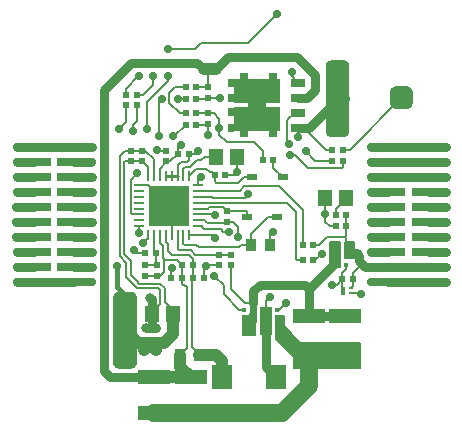
<source format=gtl>
G04 #@! TF.FileFunction,Copper,L1,Top,Signal*
%FSLAX46Y46*%
G04 Gerber Fmt 4.6, Leading zero omitted, Abs format (unit mm)*
G04 Created by KiCad (PCBNEW 201609280951+7255~55~ubuntu14.04.1-) date Wed Jan 11 23:22:20 2017*
%MOMM*%
%LPD*%
G01*
G04 APERTURE LIST*
%ADD10C,0.100000*%
%ADD11R,0.280000X0.850000*%
%ADD12R,0.850000X0.280000*%
%ADD13C,0.400000*%
%ADD14R,3.450000X3.450000*%
%ADD15R,0.900000X0.500000*%
%ADD16R,1.150000X1.450000*%
%ADD17R,0.450000X0.450000*%
%ADD18R,1.036000X2.450000*%
%ADD19R,0.562000X2.450000*%
%ADD20R,0.620000X0.620000*%
%ADD21R,0.950000X1.000000*%
%ADD22R,2.700000X1.150000*%
%ADD23C,2.000000*%
%ADD24R,2.920000X0.740000*%
%ADD25C,1.900000*%
%ADD26R,1.800000X2.000000*%
%ADD27R,0.800000X0.475000*%
%ADD28R,0.550000X0.650000*%
%ADD29R,3.900000X2.025000*%
%ADD30R,0.550000X0.750000*%
%ADD31R,1.250000X0.650000*%
%ADD32R,0.400000X0.700000*%
%ADD33R,0.400000X0.250000*%
%ADD34R,0.400000X0.455000*%
%ADD35R,1.050000X1.100000*%
%ADD36R,0.400000X0.850000*%
%ADD37C,0.700000*%
%ADD38C,0.800000*%
%ADD39C,0.200000*%
%ADD40C,1.000000*%
%ADD41C,0.450000*%
%ADD42C,0.800000*%
%ADD43C,0.280000*%
%ADD44C,1.500000*%
%ADD45C,0.600000*%
G04 APERTURE END LIST*
D10*
D11*
X96450000Y-96775000D03*
X95950000Y-96775000D03*
X95450000Y-96775000D03*
X94950000Y-96775000D03*
X94450000Y-96775000D03*
X93950000Y-96775000D03*
X93450000Y-96775000D03*
X92950000Y-96775000D03*
D12*
X92225000Y-97500000D03*
X92225000Y-98000000D03*
X92225000Y-98500000D03*
X92225000Y-99000000D03*
X92225000Y-99500000D03*
X92225000Y-100000000D03*
X92225000Y-100500000D03*
X92225000Y-101000000D03*
D11*
X92950000Y-101725000D03*
X93450000Y-101725000D03*
X93950000Y-101725000D03*
X94450000Y-101725000D03*
X94950000Y-101725000D03*
X95450000Y-101725000D03*
X95950000Y-101725000D03*
X96450000Y-101725000D03*
D12*
X97175000Y-101000000D03*
X97175000Y-100500000D03*
X97175000Y-100000000D03*
X97175000Y-99500000D03*
X97175000Y-99000000D03*
X97175000Y-98500000D03*
X97175000Y-98000000D03*
X97175000Y-97500000D03*
D13*
X96100000Y-97850000D03*
X94700000Y-97850000D03*
X93300000Y-97850000D03*
X96100000Y-99250000D03*
X94700000Y-99250000D03*
X93300000Y-99250000D03*
X96100000Y-100650000D03*
X94700000Y-100650000D03*
X93300000Y-100650000D03*
D14*
X94700000Y-99250000D03*
D15*
X104350000Y-96850000D03*
X101750000Y-96850000D03*
D16*
X95050000Y-108400000D03*
X93250000Y-108400000D03*
D17*
X101114000Y-110025000D03*
X101114000Y-109375000D03*
X101114000Y-108075000D03*
X101114000Y-108725000D03*
X103886000Y-108075000D03*
X103886000Y-108725000D03*
X103886000Y-109375000D03*
X103886000Y-110025000D03*
D18*
X102934000Y-109050000D03*
D19*
X101829000Y-109050000D03*
D20*
X91500000Y-94600000D03*
X91500000Y-95500000D03*
D21*
X95650000Y-111900000D03*
X97250000Y-111900000D03*
D22*
X96550000Y-113800000D03*
X96550000Y-116800000D03*
D10*
G36*
X91549009Y-106552408D02*
X91597545Y-106559607D01*
X91645142Y-106571530D01*
X91691342Y-106588060D01*
X91735698Y-106609039D01*
X91777785Y-106634265D01*
X91817197Y-106663495D01*
X91853553Y-106696447D01*
X91886505Y-106732803D01*
X91915735Y-106772215D01*
X91940961Y-106814302D01*
X91961940Y-106858658D01*
X91978470Y-106904858D01*
X91990393Y-106952455D01*
X91997592Y-107000991D01*
X92000000Y-107050000D01*
X92000000Y-112550000D01*
X91997592Y-112599009D01*
X91990393Y-112647545D01*
X91978470Y-112695142D01*
X91961940Y-112741342D01*
X91940961Y-112785698D01*
X91915735Y-112827785D01*
X91886505Y-112867197D01*
X91853553Y-112903553D01*
X91817197Y-112936505D01*
X91777785Y-112965735D01*
X91735698Y-112990961D01*
X91691342Y-113011940D01*
X91645142Y-113028470D01*
X91597545Y-113040393D01*
X91549009Y-113047592D01*
X91500000Y-113050000D01*
X90500000Y-113050000D01*
X90450991Y-113047592D01*
X90402455Y-113040393D01*
X90354858Y-113028470D01*
X90308658Y-113011940D01*
X90264302Y-112990961D01*
X90222215Y-112965735D01*
X90182803Y-112936505D01*
X90146447Y-112903553D01*
X90113495Y-112867197D01*
X90084265Y-112827785D01*
X90059039Y-112785698D01*
X90038060Y-112741342D01*
X90021530Y-112695142D01*
X90009607Y-112647545D01*
X90002408Y-112599009D01*
X90000000Y-112550000D01*
X90000000Y-107050000D01*
X90002408Y-107000991D01*
X90009607Y-106952455D01*
X90021530Y-106904858D01*
X90038060Y-106858658D01*
X90059039Y-106814302D01*
X90084265Y-106772215D01*
X90113495Y-106732803D01*
X90146447Y-106696447D01*
X90182803Y-106663495D01*
X90222215Y-106634265D01*
X90264302Y-106609039D01*
X90308658Y-106588060D01*
X90354858Y-106571530D01*
X90402455Y-106559607D01*
X90450991Y-106552408D01*
X90500000Y-106550000D01*
X91500000Y-106550000D01*
X91549009Y-106552408D01*
X91549009Y-106552408D01*
G37*
D23*
X91000000Y-109800000D03*
D10*
G36*
X109549009Y-86952408D02*
X109597545Y-86959607D01*
X109645142Y-86971530D01*
X109691342Y-86988060D01*
X109735698Y-87009039D01*
X109777785Y-87034265D01*
X109817197Y-87063495D01*
X109853553Y-87096447D01*
X109886505Y-87132803D01*
X109915735Y-87172215D01*
X109940961Y-87214302D01*
X109961940Y-87258658D01*
X109978470Y-87304858D01*
X109990393Y-87352455D01*
X109997592Y-87400991D01*
X110000000Y-87450000D01*
X110000000Y-92950000D01*
X109997592Y-92999009D01*
X109990393Y-93047545D01*
X109978470Y-93095142D01*
X109961940Y-93141342D01*
X109940961Y-93185698D01*
X109915735Y-93227785D01*
X109886505Y-93267197D01*
X109853553Y-93303553D01*
X109817197Y-93336505D01*
X109777785Y-93365735D01*
X109735698Y-93390961D01*
X109691342Y-93411940D01*
X109645142Y-93428470D01*
X109597545Y-93440393D01*
X109549009Y-93447592D01*
X109500000Y-93450000D01*
X108500000Y-93450000D01*
X108450991Y-93447592D01*
X108402455Y-93440393D01*
X108354858Y-93428470D01*
X108308658Y-93411940D01*
X108264302Y-93390961D01*
X108222215Y-93365735D01*
X108182803Y-93336505D01*
X108146447Y-93303553D01*
X108113495Y-93267197D01*
X108084265Y-93227785D01*
X108059039Y-93185698D01*
X108038060Y-93141342D01*
X108021530Y-93095142D01*
X108009607Y-93047545D01*
X108002408Y-92999009D01*
X108000000Y-92950000D01*
X108000000Y-87450000D01*
X108002408Y-87400991D01*
X108009607Y-87352455D01*
X108021530Y-87304858D01*
X108038060Y-87258658D01*
X108059039Y-87214302D01*
X108084265Y-87172215D01*
X108113495Y-87132803D01*
X108146447Y-87096447D01*
X108182803Y-87063495D01*
X108222215Y-87034265D01*
X108264302Y-87009039D01*
X108308658Y-86988060D01*
X108354858Y-86971530D01*
X108402455Y-86959607D01*
X108450991Y-86952408D01*
X108500000Y-86950000D01*
X109500000Y-86950000D01*
X109549009Y-86952408D01*
X109549009Y-86952408D01*
G37*
D23*
X109000000Y-90200000D03*
D24*
X86715000Y-105715000D03*
X83285000Y-105715000D03*
X86715000Y-104445000D03*
X83285000Y-104445000D03*
X86715000Y-103175000D03*
X83285000Y-103175000D03*
X86715000Y-101905000D03*
X83285000Y-101905000D03*
X86715000Y-100635000D03*
X83285000Y-100635000D03*
X86715000Y-99365000D03*
X83285000Y-99365000D03*
X86715000Y-98095000D03*
X83285000Y-98095000D03*
X86715000Y-96825000D03*
X83285000Y-96825000D03*
X86715000Y-95555000D03*
X83285000Y-95555000D03*
X86715000Y-94285000D03*
X83285000Y-94285000D03*
X116715000Y-105715000D03*
X113285000Y-105715000D03*
X116715000Y-104445000D03*
X113285000Y-104445000D03*
X116715000Y-103175000D03*
X113285000Y-103175000D03*
X116715000Y-101905000D03*
X113285000Y-101905000D03*
X116715000Y-100635000D03*
X113285000Y-100635000D03*
X116715000Y-99365000D03*
X113285000Y-99365000D03*
X116715000Y-98095000D03*
X113285000Y-98095000D03*
X116715000Y-96825000D03*
X113285000Y-96825000D03*
X116715000Y-95555000D03*
X113285000Y-95555000D03*
X116715000Y-94285000D03*
X113285000Y-94285000D03*
D10*
G36*
X114921558Y-89152287D02*
X114967668Y-89159127D01*
X115012885Y-89170453D01*
X115056775Y-89186157D01*
X115098913Y-89206087D01*
X115138896Y-89230052D01*
X115176337Y-89257820D01*
X115210876Y-89289124D01*
X115242180Y-89323663D01*
X115269948Y-89361104D01*
X115293913Y-89401087D01*
X115313843Y-89443225D01*
X115329547Y-89487115D01*
X115340873Y-89532332D01*
X115347713Y-89578442D01*
X115350000Y-89625000D01*
X115350000Y-90575000D01*
X115347713Y-90621558D01*
X115340873Y-90667668D01*
X115329547Y-90712885D01*
X115313843Y-90756775D01*
X115293913Y-90798913D01*
X115269948Y-90838896D01*
X115242180Y-90876337D01*
X115210876Y-90910876D01*
X115176337Y-90942180D01*
X115138896Y-90969948D01*
X115098913Y-90993913D01*
X115056775Y-91013843D01*
X115012885Y-91029547D01*
X114967668Y-91040873D01*
X114921558Y-91047713D01*
X114875000Y-91050000D01*
X113925000Y-91050000D01*
X113878442Y-91047713D01*
X113832332Y-91040873D01*
X113787115Y-91029547D01*
X113743225Y-91013843D01*
X113701087Y-90993913D01*
X113661104Y-90969948D01*
X113623663Y-90942180D01*
X113589124Y-90910876D01*
X113557820Y-90876337D01*
X113530052Y-90838896D01*
X113506087Y-90798913D01*
X113486157Y-90756775D01*
X113470453Y-90712885D01*
X113459127Y-90667668D01*
X113452287Y-90621558D01*
X113450000Y-90575000D01*
X113450000Y-89625000D01*
X113452287Y-89578442D01*
X113459127Y-89532332D01*
X113470453Y-89487115D01*
X113486157Y-89443225D01*
X113506087Y-89401087D01*
X113530052Y-89361104D01*
X113557820Y-89323663D01*
X113589124Y-89289124D01*
X113623663Y-89257820D01*
X113661104Y-89230052D01*
X113701087Y-89206087D01*
X113743225Y-89186157D01*
X113787115Y-89170453D01*
X113832332Y-89159127D01*
X113878442Y-89152287D01*
X113925000Y-89150000D01*
X114875000Y-89150000D01*
X114921558Y-89152287D01*
X114921558Y-89152287D01*
G37*
D25*
X114400000Y-90100000D03*
D20*
X97050000Y-91450000D03*
X96150000Y-91450000D03*
X97050000Y-89250000D03*
X96150000Y-89250000D03*
X99000000Y-103400000D03*
X99000000Y-104300000D03*
D16*
X98700000Y-95100000D03*
X100500000Y-95100000D03*
D22*
X106578206Y-108577916D03*
X106578206Y-111577916D03*
X109622756Y-108577916D03*
X109622756Y-111577916D03*
D16*
X107900000Y-98650000D03*
X109700000Y-98650000D03*
D20*
X99600000Y-99700000D03*
X99600000Y-100600000D03*
D21*
X101650000Y-102600000D03*
X103250000Y-102600000D03*
D20*
X95500000Y-94850000D03*
X96400000Y-94850000D03*
X94500000Y-95500000D03*
X94500000Y-94600000D03*
X99500000Y-96700000D03*
X98600000Y-96700000D03*
X92450000Y-95500000D03*
X92450000Y-94600000D03*
X96750000Y-105350000D03*
X97650000Y-105350000D03*
X96750000Y-104300000D03*
X95850000Y-104300000D03*
X94900000Y-105350000D03*
X95800000Y-105350000D03*
D22*
X93450000Y-116800000D03*
X93450000Y-113800000D03*
D20*
X92700000Y-104300000D03*
X92700000Y-105200000D03*
D15*
X101300000Y-100200000D03*
X103900000Y-100200000D03*
D26*
X103750000Y-113750000D03*
X99250000Y-113750000D03*
D27*
X101110000Y-88287500D03*
D28*
X99980000Y-88850000D03*
D29*
X102200000Y-89537500D03*
D30*
X99975000Y-90175000D03*
D31*
X105675000Y-88845000D03*
X105675000Y-90115000D03*
X105675000Y-91385000D03*
X105675000Y-92655000D03*
D29*
X102200000Y-91962500D03*
D30*
X99975000Y-91325000D03*
D28*
X99980000Y-92650000D03*
D27*
X103560000Y-88287500D03*
X101110000Y-93212500D03*
X103560000Y-93212500D03*
D32*
X109450000Y-106450000D03*
D33*
X110150000Y-106675000D03*
X110150000Y-106225000D03*
D20*
X106050000Y-102600000D03*
X106950000Y-102600000D03*
X98000000Y-92350000D03*
X98000000Y-91450000D03*
X106050000Y-103900000D03*
X106950000Y-103900000D03*
X97050000Y-92400000D03*
X96150000Y-92400000D03*
X110300000Y-105500000D03*
X109400000Y-105500000D03*
X97050000Y-90200000D03*
X96150000Y-90200000D03*
X98000000Y-90150000D03*
X98000000Y-89250000D03*
X92000000Y-89850000D03*
X92000000Y-90750000D03*
X91050000Y-90750000D03*
X91050000Y-89850000D03*
X109750000Y-101000000D03*
X108850000Y-101000000D03*
X108850000Y-100050000D03*
X109750000Y-100050000D03*
X100000000Y-103400000D03*
X100000000Y-104300000D03*
X108500000Y-94550000D03*
X108500000Y-95450000D03*
X109500000Y-95450000D03*
X109500000Y-94550000D03*
X102650000Y-95400000D03*
X103550000Y-95400000D03*
X93700000Y-104300000D03*
X93700000Y-105200000D03*
X93600000Y-103300000D03*
X92700000Y-103300000D03*
D34*
X109100000Y-104322500D03*
D35*
X108775000Y-103400000D03*
D34*
X108450000Y-104322500D03*
X108450000Y-102477500D03*
X109100000Y-102477500D03*
X109750000Y-104322500D03*
X109750000Y-102477500D03*
D36*
X109750000Y-103304000D03*
D37*
X100450000Y-96450000D03*
D38*
X93650000Y-111500000D03*
X92600000Y-111500000D03*
D37*
X90300000Y-104350000D03*
X91750000Y-103050000D03*
X94989998Y-104550000D03*
X103500000Y-101500000D03*
X93700000Y-94550000D03*
X97850000Y-104350000D03*
X99000000Y-92650000D03*
X105650000Y-93450000D03*
X92200000Y-88250000D03*
X93350000Y-88300000D03*
X81820000Y-95560000D03*
X88180000Y-95570000D03*
X81820000Y-96820000D03*
X88180000Y-96820000D03*
X81820000Y-98090000D03*
X81750000Y-99350000D03*
X88200000Y-99350000D03*
X81750000Y-100650000D03*
X88180000Y-100640000D03*
X81800000Y-101900000D03*
X88180000Y-101910000D03*
X81820000Y-103180000D03*
X88200000Y-103200000D03*
X81820000Y-104450000D03*
X88200000Y-104450000D03*
X88180000Y-98100000D03*
X111820000Y-95550000D03*
X118180000Y-95560000D03*
X111820000Y-96830000D03*
X118180000Y-96820000D03*
X111820000Y-98090000D03*
X118200000Y-98100000D03*
X111820000Y-99370000D03*
X118180000Y-99360000D03*
X111820000Y-100640000D03*
X118180000Y-100640000D03*
X111800000Y-101900000D03*
X118180000Y-101910000D03*
X111820000Y-103180000D03*
X118180000Y-103170000D03*
X107650000Y-103350000D03*
X108500000Y-105950000D03*
X97670000Y-87690000D03*
X98730000Y-87690000D03*
D38*
X93650000Y-109600000D03*
X92800000Y-109600000D03*
D37*
X98650000Y-102000000D03*
X111000000Y-106700000D03*
D38*
X105650000Y-112650000D03*
X107400000Y-112650000D03*
X108450000Y-112650000D03*
X109500000Y-112650000D03*
X110550000Y-112650000D03*
X93100000Y-107050000D03*
D37*
X107950000Y-100000000D03*
X111800000Y-105700000D03*
X88200000Y-105700000D03*
X81820000Y-94280000D03*
X111820000Y-94290000D03*
X118180000Y-94290000D03*
X118180000Y-105720000D03*
X81820000Y-105720000D03*
X88180000Y-94290000D03*
X103250000Y-107000000D03*
X100600000Y-101900000D03*
X106300000Y-94650000D03*
X97150000Y-94650000D03*
X104950000Y-94950000D03*
X95750000Y-94100000D03*
X92150000Y-101600000D03*
X91650000Y-92900000D03*
X92500000Y-102439998D03*
X90500000Y-92750000D03*
X104600000Y-107500000D03*
X99800000Y-101460002D03*
X98650000Y-100050000D03*
X98550000Y-105200000D03*
X101450000Y-98300000D03*
X93850000Y-93350000D03*
X94100000Y-90200000D03*
X95450000Y-90200000D03*
X97450000Y-96850000D03*
X95050000Y-93400000D03*
X118170000Y-104445000D03*
X111820000Y-104450000D03*
X98000000Y-93250000D03*
X104850000Y-94000000D03*
X105100000Y-87900000D03*
X99050000Y-90150000D03*
X94600000Y-86000000D03*
X94600000Y-88300000D03*
X92850000Y-92800000D03*
X103850000Y-83050000D03*
X92050000Y-96500000D03*
D39*
X100500000Y-95100000D02*
X100500000Y-96400000D01*
X100500000Y-96400000D02*
X100450000Y-96450000D01*
X99500000Y-96700000D02*
X100200000Y-96700000D01*
X100200000Y-96700000D02*
X100450000Y-96450000D01*
D40*
X93200000Y-110870710D02*
X93200000Y-111050000D01*
X93200000Y-111050000D02*
X93650000Y-111500000D01*
X93200000Y-110870710D02*
X93200000Y-110900000D01*
X93200000Y-110900000D02*
X92600000Y-111500000D01*
X94304290Y-110870710D02*
X93200000Y-110870710D01*
X93200000Y-110870710D02*
X92070710Y-110870710D01*
X95050000Y-108400000D02*
X95050000Y-110125000D01*
X95050000Y-110125000D02*
X94304290Y-110870710D01*
X92070710Y-110870710D02*
X91000000Y-109800000D01*
D39*
X95050000Y-108400000D02*
X95050000Y-108100000D01*
X95050000Y-108100000D02*
X94400000Y-107450000D01*
X94400000Y-107450000D02*
X94400000Y-106250000D01*
X94400000Y-106250000D02*
X94000000Y-105850000D01*
X94000000Y-105850000D02*
X92189998Y-105850000D01*
X91500010Y-105150010D02*
X91500010Y-103934311D01*
X92189998Y-105850000D02*
X92000000Y-105660002D01*
X92000000Y-105660002D02*
X92000000Y-105650000D01*
X92000000Y-105650000D02*
X91500010Y-105150010D01*
X90950000Y-103384302D02*
X90950000Y-95540000D01*
X91500010Y-103934311D02*
X90950000Y-103384302D01*
X90950000Y-95540000D02*
X90990000Y-95500000D01*
X90990000Y-95500000D02*
X91500000Y-95500000D01*
D41*
X90300000Y-106150000D02*
X90300000Y-104350000D01*
D39*
X92700000Y-103300000D02*
X92000000Y-103300000D01*
X92000000Y-103300000D02*
X91750000Y-103050000D01*
D41*
X91000000Y-106850000D02*
X90300000Y-106150000D01*
D39*
X94900000Y-105350000D02*
X94900000Y-104639998D01*
X94900000Y-104639998D02*
X94989998Y-104550000D01*
X103250000Y-102600000D02*
X103250000Y-101750000D01*
X103250000Y-101750000D02*
X103500000Y-101500000D01*
X90979290Y-109820710D02*
X90979290Y-110729290D01*
X91000000Y-109800000D02*
X90979290Y-109820710D01*
X91000000Y-109800000D02*
X91000000Y-110708580D01*
X91500000Y-95500000D02*
X92450000Y-95500000D01*
X92950000Y-96775000D02*
X92950000Y-96000000D01*
X92950000Y-96000000D02*
X92450000Y-95500000D01*
X99350000Y-96700000D02*
X99350000Y-96710057D01*
X94500000Y-94600000D02*
X93750000Y-94600000D01*
X93750000Y-94600000D02*
X93700000Y-94550000D01*
X99000000Y-104300000D02*
X97900000Y-104300000D01*
X97900000Y-104300000D02*
X97850000Y-104350000D01*
X97650000Y-105350000D02*
X97650000Y-104550000D01*
X97650000Y-104550000D02*
X97850000Y-104350000D01*
X92225000Y-97500000D02*
X92950000Y-97500000D01*
X92950000Y-97500000D02*
X93300000Y-97850000D01*
X94950000Y-101725000D02*
X94950000Y-100900000D01*
X94950000Y-100900000D02*
X94700000Y-100650000D01*
X95950000Y-96775000D02*
X95950000Y-96150000D01*
X96500000Y-96000000D02*
X97100000Y-95400000D01*
X95950000Y-96150000D02*
X96100000Y-96000000D01*
X96100000Y-96000000D02*
X96500000Y-96000000D01*
X97100000Y-95400000D02*
X97450000Y-95400000D01*
X97450000Y-95400000D02*
X97750000Y-95100000D01*
X97750000Y-95100000D02*
X98700000Y-95100000D01*
X102650000Y-94650000D02*
X102650000Y-95400000D01*
X99000000Y-93300000D02*
X99000000Y-92650000D01*
X99000000Y-91940000D02*
X99000000Y-92650000D01*
X99000000Y-93300000D02*
X99600000Y-93900000D01*
X99600000Y-93900000D02*
X101900000Y-93900000D01*
X101900000Y-93900000D02*
X102650000Y-94650000D01*
X99000000Y-91940000D02*
X98510000Y-91450000D01*
X98510000Y-91450000D02*
X98000000Y-91450000D01*
X105675000Y-92655000D02*
X105675000Y-93425000D01*
X105675000Y-93425000D02*
X105650000Y-93450000D01*
X108500000Y-94550000D02*
X107990000Y-94550000D01*
X107990000Y-94550000D02*
X106545000Y-93105000D01*
X106545000Y-93105000D02*
X106545000Y-92655000D01*
D42*
X105675000Y-92655000D02*
X106545000Y-92655000D01*
X106545000Y-92655000D02*
X109000000Y-90200000D01*
D39*
X97050000Y-91450000D02*
X98000000Y-91450000D01*
X99600000Y-99700000D02*
X101250000Y-99700000D01*
X101250000Y-99700000D02*
X101300000Y-99750000D01*
X101300000Y-99750000D02*
X101300000Y-100200000D01*
X97175000Y-99500000D02*
X98001996Y-99500000D01*
X98001996Y-99500000D02*
X98101997Y-99399999D01*
X98101997Y-99399999D02*
X99299999Y-99399999D01*
X99299999Y-99399999D02*
X99600000Y-99700000D01*
X92140000Y-88250000D02*
X92200000Y-88250000D01*
X91050000Y-89340000D02*
X92140000Y-88250000D01*
X91050000Y-89850000D02*
X91050000Y-89340000D01*
X93350000Y-89010000D02*
X93350000Y-88300000D01*
X92510000Y-89850000D02*
X93350000Y-89010000D01*
X92000000Y-89850000D02*
X92510000Y-89850000D01*
D42*
X83285000Y-95555000D02*
X81825000Y-95555000D01*
D43*
X81825000Y-95555000D02*
X81820000Y-95560000D01*
D42*
X86715000Y-95555000D02*
X88165000Y-95555000D01*
D43*
X88165000Y-95555000D02*
X88180000Y-95570000D01*
X81820000Y-96820000D02*
X81825000Y-96825000D01*
D42*
X81825000Y-96825000D02*
X83285000Y-96825000D01*
D43*
X88180000Y-96820000D02*
X88175000Y-96825000D01*
D42*
X88175000Y-96825000D02*
X86715000Y-96825000D01*
X83285000Y-98095000D02*
X81825000Y-98095000D01*
D43*
X81825000Y-98095000D02*
X81820000Y-98090000D01*
D42*
X83285000Y-99365000D02*
X81765000Y-99365000D01*
X81765000Y-99365000D02*
X81750000Y-99350000D01*
X88200000Y-99350000D02*
X86730000Y-99350000D01*
X86730000Y-99350000D02*
X86715000Y-99365000D01*
X83285000Y-100635000D02*
X81765000Y-100635000D01*
X81765000Y-100635000D02*
X81750000Y-100650000D01*
X86715000Y-100635000D02*
X88175000Y-100635000D01*
D43*
X88175000Y-100635000D02*
X88180000Y-100640000D01*
D42*
X83285000Y-101905000D02*
X81805000Y-101905000D01*
X81805000Y-101905000D02*
X81800000Y-101900000D01*
D43*
X88180000Y-101910000D02*
X88175000Y-101905000D01*
D42*
X88175000Y-101905000D02*
X86715000Y-101905000D01*
X83285000Y-103175000D02*
X81825000Y-103175000D01*
D43*
X81825000Y-103175000D02*
X81820000Y-103180000D01*
D42*
X86715000Y-103175000D02*
X88175000Y-103175000D01*
X88175000Y-103175000D02*
X88200000Y-103200000D01*
D43*
X81820000Y-104450000D02*
X81825000Y-104445000D01*
D42*
X81825000Y-104445000D02*
X83285000Y-104445000D01*
X86715000Y-104445000D02*
X88195000Y-104445000D01*
X88195000Y-104445000D02*
X88200000Y-104450000D01*
X86715000Y-98095000D02*
X88175000Y-98095000D01*
D43*
X88175000Y-98095000D02*
X88180000Y-98100000D01*
D42*
X116715000Y-95555000D02*
X113285000Y-95555000D01*
D43*
X111820000Y-95550000D02*
X111825000Y-95555000D01*
D42*
X111825000Y-95555000D02*
X113285000Y-95555000D01*
X116715000Y-95555000D02*
X118175000Y-95555000D01*
D43*
X118175000Y-95555000D02*
X118180000Y-95560000D01*
D42*
X116715000Y-96825000D02*
X113285000Y-96825000D01*
D43*
X111820000Y-96830000D02*
X111825000Y-96825000D01*
D42*
X111825000Y-96825000D02*
X113285000Y-96825000D01*
D43*
X118180000Y-96820000D02*
X118175000Y-96825000D01*
D42*
X118175000Y-96825000D02*
X116715000Y-96825000D01*
D43*
X111820000Y-98090000D02*
X111825000Y-98095000D01*
D42*
X111825000Y-98095000D02*
X113285000Y-98095000D01*
X118200000Y-98100000D02*
X116720000Y-98100000D01*
X116720000Y-98100000D02*
X116715000Y-98095000D01*
D43*
X111820000Y-99370000D02*
X111825000Y-99365000D01*
D42*
X111825000Y-99365000D02*
X113285000Y-99365000D01*
D43*
X118180000Y-99360000D02*
X118175000Y-99365000D01*
D42*
X118175000Y-99365000D02*
X116715000Y-99365000D01*
D43*
X111820000Y-100640000D02*
X111825000Y-100635000D01*
D42*
X111825000Y-100635000D02*
X113285000Y-100635000D01*
X116715000Y-100635000D02*
X118175000Y-100635000D01*
D43*
X118175000Y-100635000D02*
X118180000Y-100640000D01*
D42*
X113285000Y-101905000D02*
X111805000Y-101905000D01*
X111805000Y-101905000D02*
X111800000Y-101900000D01*
D43*
X118180000Y-101910000D02*
X118175000Y-101905000D01*
D42*
X118175000Y-101905000D02*
X116715000Y-101905000D01*
D43*
X111820000Y-103180000D02*
X111825000Y-103175000D01*
D42*
X111825000Y-103175000D02*
X113285000Y-103175000D01*
D43*
X118180000Y-103170000D02*
X118175000Y-103175000D01*
D42*
X118175000Y-103175000D02*
X116715000Y-103175000D01*
D39*
X106950000Y-103900000D02*
X107100000Y-103900000D01*
X107100000Y-103900000D02*
X107650000Y-103350000D01*
X108500000Y-105950000D02*
X108950000Y-105950000D01*
X108950000Y-105950000D02*
X109400000Y-105500000D01*
X109350000Y-105550000D02*
X109400000Y-105500000D01*
X109400000Y-105500000D02*
X109400000Y-104990000D01*
X109400000Y-104990000D02*
X109750000Y-104640000D01*
X109750000Y-104640000D02*
X109750000Y-104322500D01*
X109400000Y-105500000D02*
X109400000Y-106400000D01*
X109400000Y-106400000D02*
X109450000Y-106450000D01*
X109500000Y-94550000D02*
X110010000Y-94550000D01*
X110010000Y-94550000D02*
X114400000Y-90160000D01*
X114400000Y-90160000D02*
X114400000Y-90100000D01*
X94750001Y-89749999D02*
X95250000Y-89250000D01*
X95250000Y-89250000D02*
X96150000Y-89250000D01*
X95640000Y-91450000D02*
X94750001Y-90560001D01*
X94750001Y-90560001D02*
X94750001Y-89749999D01*
X96150000Y-91450000D02*
X95640000Y-91450000D01*
X93700000Y-105200000D02*
X93960002Y-105200000D01*
X93960002Y-105200000D02*
X94310001Y-104850001D01*
X94310001Y-104850001D02*
X94310001Y-103760001D01*
X94310001Y-103760001D02*
X94210001Y-103660001D01*
X93700000Y-105200000D02*
X93850000Y-105200000D01*
D42*
X91500000Y-87150000D02*
X97130000Y-87150000D01*
X97130000Y-87150000D02*
X97670000Y-87690000D01*
X89200010Y-89449990D02*
X91500000Y-87150000D01*
X89200010Y-113250000D02*
X89200010Y-89449990D01*
X107050000Y-88189998D02*
X105560002Y-86700000D01*
X105560002Y-86700000D02*
X99720000Y-86700000D01*
X99720000Y-86700000D02*
X98730000Y-87690000D01*
X107050000Y-88189998D02*
X107050000Y-89500002D01*
X107050000Y-89500002D02*
X106435002Y-90115000D01*
X106435002Y-90115000D02*
X105675000Y-90115000D01*
D39*
X98000000Y-89250000D02*
X98000000Y-88020000D01*
X98000000Y-88020000D02*
X97670000Y-87690000D01*
X93950000Y-101725000D02*
X93950000Y-102395701D01*
X93950000Y-102395701D02*
X94210001Y-102655702D01*
X94210001Y-102655702D02*
X94210001Y-103660001D01*
X94210001Y-103660001D02*
X94399999Y-103849999D01*
X94399999Y-103849999D02*
X95400000Y-103850000D01*
X95400000Y-103850000D02*
X95850000Y-104300000D01*
X95650000Y-111900000D02*
X95700000Y-111900000D01*
X95700000Y-111900000D02*
X96249990Y-111350010D01*
X95800000Y-105860000D02*
X95800000Y-105350000D01*
X96249990Y-111350010D02*
X96249990Y-106100010D01*
X96249990Y-106100010D02*
X96040010Y-106100010D01*
X96040010Y-106100010D02*
X95800000Y-105860000D01*
D42*
X93450000Y-113800000D02*
X89750010Y-113800000D01*
X89750010Y-113800000D02*
X89200010Y-113250000D01*
D40*
X95650000Y-111900000D02*
X95650000Y-112900000D01*
X95650000Y-112900000D02*
X96550000Y-113800000D01*
X93450000Y-113800000D02*
X96550000Y-113800000D01*
D39*
X97050000Y-89250000D02*
X98000000Y-89250000D01*
X95850000Y-104300000D02*
X95850000Y-105300000D01*
X95850000Y-105300000D02*
X95800000Y-105350000D01*
X92700000Y-105200000D02*
X93700000Y-105200000D01*
D40*
X97670000Y-87690000D02*
X98730000Y-87690000D01*
D39*
X95450000Y-101725000D02*
X95450000Y-102950000D01*
X95450000Y-102950000D02*
X95549980Y-103049980D01*
X95549980Y-103049980D02*
X96575679Y-103049980D01*
X96575679Y-103049980D02*
X96925699Y-103400000D01*
X96925699Y-103400000D02*
X99000000Y-103400000D01*
X100000000Y-103400000D02*
X99000000Y-103400000D01*
D42*
X93650000Y-109600000D02*
X93250000Y-109600000D01*
X93250000Y-109600000D02*
X92800000Y-109600000D01*
D39*
X91500000Y-94600000D02*
X90990000Y-94600000D01*
X90990000Y-94600000D02*
X90549990Y-95040010D01*
X90549990Y-95040010D02*
X90549990Y-103549990D01*
X91100000Y-104100000D02*
X91100000Y-105325701D01*
X93950000Y-106400000D02*
X93950000Y-107550000D01*
X90549990Y-103549990D02*
X91100000Y-104100000D01*
X91100000Y-105325701D02*
X92024309Y-106250010D01*
X92024309Y-106250010D02*
X93800010Y-106250010D01*
X93800010Y-106250010D02*
X93950000Y-106400000D01*
X93950000Y-107550000D02*
X93250000Y-108250000D01*
X93250000Y-108250000D02*
X93250000Y-108400000D01*
X98375000Y-101725000D02*
X98650000Y-102000000D01*
X96450000Y-101725000D02*
X98375000Y-101725000D01*
X110150000Y-106675000D02*
X110975000Y-106675000D01*
X110975000Y-106675000D02*
X111000000Y-106700000D01*
D44*
X106578206Y-112650000D02*
X106578206Y-111577916D01*
D39*
X107400000Y-112650000D02*
X105650000Y-112650000D01*
X109500000Y-112650000D02*
X108450000Y-112650000D01*
X109622756Y-111577916D02*
X109622756Y-111722756D01*
X109622756Y-111722756D02*
X110550000Y-112650000D01*
D42*
X93250000Y-108400000D02*
X93250000Y-109600000D01*
X93250000Y-108400000D02*
X93250000Y-107200000D01*
X93250000Y-107200000D02*
X93100000Y-107050000D01*
D39*
X91500000Y-94600000D02*
X92450000Y-94600000D01*
X93450000Y-96775000D02*
X93450000Y-95339998D01*
X93450000Y-95339998D02*
X92710002Y-94600000D01*
X92710002Y-94600000D02*
X92450000Y-94600000D01*
X93650000Y-108000000D02*
X93250000Y-108400000D01*
D44*
X104310002Y-116800000D02*
X106578206Y-114531796D01*
X96550000Y-116800000D02*
X104310002Y-116800000D01*
X93450000Y-116800000D02*
X96550000Y-116800000D01*
D39*
X108850000Y-101000000D02*
X108340000Y-101000000D01*
X108340000Y-101000000D02*
X107950000Y-100610000D01*
X107950000Y-100610000D02*
X107950000Y-100000000D01*
X107900000Y-98650000D02*
X107900000Y-99950000D01*
X107900000Y-99950000D02*
X107950000Y-100000000D01*
D44*
X106578206Y-114531796D02*
X106578206Y-111577916D01*
D39*
X106578206Y-111577916D02*
X106578206Y-111671794D01*
D44*
X106578206Y-111577916D02*
X109622756Y-111577916D01*
D42*
X83285000Y-94285000D02*
X86715000Y-94285000D01*
X83285000Y-105715000D02*
X86715000Y-105715000D01*
X113285000Y-105715000D02*
X116715000Y-105715000D01*
X113285000Y-94285000D02*
X116715000Y-94285000D01*
D45*
X81820000Y-94280000D02*
X81825000Y-94285000D01*
D42*
X81825000Y-94285000D02*
X83285000Y-94285000D01*
X111820000Y-94290000D02*
X111825000Y-94285000D01*
X111825000Y-94285000D02*
X113285000Y-94285000D01*
X118180000Y-94290000D02*
X118175000Y-94285000D01*
X118175000Y-94285000D02*
X116715000Y-94285000D01*
X116715000Y-105715000D02*
X118175000Y-105715000D01*
X118175000Y-105715000D02*
X118180000Y-105720000D01*
X83285000Y-105715000D02*
X81825000Y-105715000D01*
X81825000Y-105715000D02*
X81820000Y-105720000D01*
X86715000Y-94285000D02*
X88175000Y-94285000D01*
D43*
X88175000Y-94285000D02*
X88180000Y-94290000D01*
D42*
X101850000Y-107500000D02*
X101850000Y-106500000D01*
X101850000Y-106500000D02*
X102400000Y-105950000D01*
X102400000Y-105950000D02*
X106209208Y-105950000D01*
X106209208Y-105950000D02*
X106559208Y-106300000D01*
X106578206Y-108577916D02*
X106578206Y-106318998D01*
X106578206Y-106318998D02*
X106559208Y-106300000D01*
X106559208Y-106300000D02*
X108775000Y-104084208D01*
X108775000Y-104084208D02*
X108775000Y-103400000D01*
D39*
X100000000Y-104300000D02*
X100000000Y-106350000D01*
X100000000Y-106350000D02*
X101150000Y-107500000D01*
X101150000Y-107500000D02*
X101850000Y-107500000D01*
D45*
X101829000Y-109050000D02*
X101850000Y-109029000D01*
X101850000Y-109029000D02*
X101850000Y-107500000D01*
D42*
X108775000Y-104025000D02*
X108775000Y-103400000D01*
X109622756Y-108577916D02*
X106578206Y-108577916D01*
D39*
X109700000Y-98850000D02*
X109540000Y-98850000D01*
X109540000Y-98850000D02*
X108850000Y-99540000D01*
X108850000Y-99540000D02*
X108850000Y-100050000D01*
X109700000Y-98650000D02*
X109700000Y-98850000D01*
X102934000Y-109050000D02*
X102934000Y-107316000D01*
X102934000Y-107316000D02*
X103250000Y-107000000D01*
X99600000Y-100600000D02*
X100110000Y-100600000D01*
X100110000Y-100600000D02*
X100600000Y-101090000D01*
X100600000Y-101090000D02*
X100600000Y-101900000D01*
X97175000Y-100500000D02*
X97800000Y-100500000D01*
X97800000Y-100500000D02*
X97900000Y-100600000D01*
X97900000Y-100600000D02*
X97900000Y-100634596D01*
X97900000Y-100634596D02*
X98015404Y-100750000D01*
X98015404Y-100750000D02*
X99450000Y-100750000D01*
X99450000Y-100750000D02*
X99600000Y-100600000D01*
D42*
X102934000Y-109050000D02*
X102934000Y-112934000D01*
X102934000Y-112934000D02*
X103750000Y-113750000D01*
D39*
X100639999Y-102789999D02*
X100829998Y-102600000D01*
X100829998Y-102600000D02*
X101650000Y-102600000D01*
X97050000Y-102600000D02*
X97239999Y-102789999D01*
X97239999Y-102789999D02*
X100639999Y-102789999D01*
X96050000Y-102600000D02*
X97050000Y-102600000D01*
X101650000Y-101650000D02*
X103100000Y-100200000D01*
X103100000Y-100200000D02*
X103900000Y-100200000D01*
X101650000Y-102600000D02*
X101650000Y-101650000D01*
X96050000Y-102600000D02*
X95950000Y-102500000D01*
X95950000Y-102500000D02*
X95950000Y-101725000D01*
X106300000Y-94650000D02*
X107100000Y-95450000D01*
X107100000Y-95450000D02*
X108500000Y-95450000D01*
X95750000Y-95550000D02*
X96210000Y-95550000D01*
X96210000Y-95550000D02*
X96400000Y-95360000D01*
X96400000Y-95360000D02*
X96400000Y-94850000D01*
X95450000Y-95850000D02*
X95750000Y-95550000D01*
X95450000Y-96775000D02*
X95450000Y-95850000D01*
X96950000Y-94850000D02*
X97150000Y-94650000D01*
X96400000Y-94850000D02*
X96950000Y-94850000D01*
D43*
X94950000Y-96775000D02*
X94450000Y-96775000D01*
X94950000Y-96775000D02*
X95450000Y-96775000D01*
D39*
X104950000Y-94950000D02*
X105374264Y-94950000D01*
X105374264Y-94950000D02*
X106484265Y-96060001D01*
X106484265Y-96060001D02*
X109399999Y-96060001D01*
X109399999Y-96060001D02*
X109500000Y-95960000D01*
X109500000Y-95960000D02*
X109500000Y-95450000D01*
X94500000Y-95500000D02*
X94850000Y-95500000D01*
X94850000Y-95500000D02*
X95500000Y-94850000D01*
X95500000Y-94350000D02*
X95750000Y-94100000D01*
X95500000Y-94850000D02*
X95500000Y-94350000D01*
X93950000Y-96775000D02*
X93950000Y-96150000D01*
X93950000Y-96150000D02*
X94500000Y-95600000D01*
X94500000Y-95600000D02*
X94500000Y-95500000D01*
X98600000Y-96700000D02*
X98600000Y-97210000D01*
X98600000Y-97210000D02*
X98740000Y-97350000D01*
X98740000Y-97350000D02*
X100600000Y-97350000D01*
X100600000Y-97350000D02*
X101100000Y-96850000D01*
X101100000Y-96850000D02*
X101750000Y-96850000D01*
X98200000Y-96450000D02*
X98350000Y-96450000D01*
X98350000Y-96450000D02*
X98600000Y-96700000D01*
X97900000Y-96150000D02*
X98200000Y-96450000D01*
X97050000Y-96150000D02*
X97900000Y-96150000D01*
X96450000Y-96750000D02*
X97050000Y-96150000D01*
X96450000Y-96775000D02*
X96450000Y-96750000D01*
X94450000Y-101725000D02*
X94450000Y-102330002D01*
X94450000Y-102330002D02*
X94610011Y-102490013D01*
X96750000Y-103790000D02*
X96750000Y-104300000D01*
X94610011Y-102490013D02*
X94610011Y-103110011D01*
X94949990Y-103449990D02*
X96409990Y-103449990D01*
X94610011Y-103110011D02*
X94949990Y-103449990D01*
X96409990Y-103449990D02*
X96750000Y-103790000D01*
X97250000Y-111900000D02*
X97250000Y-111850000D01*
X97250000Y-111850000D02*
X96650000Y-111250000D01*
X96650000Y-111250000D02*
X96650000Y-105450000D01*
X96650000Y-105450000D02*
X96750000Y-105350000D01*
D40*
X97250000Y-111900000D02*
X98725000Y-111900000D01*
X98725000Y-111900000D02*
X99250000Y-112425000D01*
X99250000Y-112425000D02*
X99250000Y-113750000D01*
D39*
X96750000Y-104300000D02*
X96750000Y-105350000D01*
X93600000Y-103300000D02*
X93600000Y-104200000D01*
X93600000Y-104200000D02*
X93700000Y-104300000D01*
X93450000Y-101725000D02*
X93450000Y-103150000D01*
X93450000Y-103150000D02*
X93600000Y-103300000D01*
X92700000Y-104300000D02*
X93700000Y-104300000D01*
X103550000Y-95400000D02*
X103550000Y-96050000D01*
X103550000Y-96050000D02*
X104350000Y-96850000D01*
X92225000Y-101000000D02*
X92225000Y-101525000D01*
X92225000Y-101525000D02*
X92150000Y-101600000D01*
X91650000Y-92900000D02*
X91650000Y-92405026D01*
X91650000Y-92405026D02*
X92000000Y-92055026D01*
X92000000Y-92055026D02*
X92000000Y-90750000D01*
X92950000Y-101725000D02*
X92950000Y-101989998D01*
X92950000Y-101989998D02*
X92500000Y-102439998D01*
X90500000Y-92750000D02*
X91050000Y-92200000D01*
X91050000Y-92200000D02*
X91050000Y-90750000D01*
X103886000Y-108075000D02*
X104025000Y-108075000D01*
X104025000Y-108075000D02*
X104600000Y-107500000D01*
X97710000Y-101250000D02*
X99095024Y-101250000D01*
X99800000Y-101460002D02*
X99305026Y-101460002D01*
X99305026Y-101460002D02*
X99095024Y-101250000D01*
X97175000Y-101000000D02*
X97460000Y-101000000D01*
X97460000Y-101000000D02*
X97710000Y-101250000D01*
X103886000Y-108075000D02*
X103925000Y-108075000D01*
X97175000Y-100000000D02*
X98600000Y-100000000D01*
X98600000Y-100000000D02*
X98650000Y-100050000D01*
X99350000Y-106736000D02*
X99350000Y-106000000D01*
X99350000Y-106000000D02*
X98550000Y-105200000D01*
X99350000Y-106736000D02*
X100689000Y-108075000D01*
X100689000Y-108075000D02*
X101114000Y-108075000D01*
X97175000Y-99000000D02*
X97800000Y-99000000D01*
X97800000Y-99000000D02*
X97800011Y-98999989D01*
X97800011Y-98999989D02*
X104684291Y-98999989D01*
X104684291Y-98999989D02*
X105439999Y-99755697D01*
X105439999Y-99755697D02*
X105439999Y-103799999D01*
X105439999Y-103799999D02*
X105540000Y-103900000D01*
X105540000Y-103900000D02*
X106050000Y-103900000D01*
X101450000Y-98300000D02*
X101150021Y-98599979D01*
X101150021Y-98599979D02*
X98449979Y-98599979D01*
X98449979Y-98599979D02*
X98350000Y-98500000D01*
X98350000Y-98500000D02*
X97175000Y-98500000D01*
X93850000Y-93350000D02*
X93850000Y-90450000D01*
X93850000Y-90450000D02*
X94100000Y-90200000D01*
X96150000Y-90200000D02*
X95450000Y-90200000D01*
X104050000Y-97600000D02*
X106050000Y-99600000D01*
X97175000Y-98000000D02*
X100700000Y-98000000D01*
X100700000Y-98000000D02*
X101100000Y-97600000D01*
X101100000Y-97600000D02*
X104050000Y-97600000D01*
X106050000Y-99600000D02*
X106050000Y-102600000D01*
X97175000Y-97500000D02*
X97175000Y-97125000D01*
X97175000Y-97125000D02*
X97450000Y-96850000D01*
X95050000Y-93400000D02*
X95150000Y-93400000D01*
X95150000Y-93400000D02*
X96150000Y-92400000D01*
X110300000Y-105500000D02*
X110300000Y-106075000D01*
X110300000Y-106075000D02*
X110150000Y-106225000D01*
X110300000Y-105500000D02*
X110300000Y-104990000D01*
X110300000Y-104990000D02*
X110840000Y-104450000D01*
X110840000Y-104450000D02*
X111325026Y-104450000D01*
D42*
X110850000Y-103500000D02*
X110850000Y-103974974D01*
X110850000Y-103974974D02*
X111325026Y-104450000D01*
X111325026Y-104450000D02*
X111820000Y-104450000D01*
X110654000Y-103304000D02*
X110850000Y-103500000D01*
X110146000Y-103304000D02*
X110654000Y-103304000D01*
D39*
X109750000Y-103304000D02*
X110146000Y-103304000D01*
X109750000Y-100050000D02*
X109750000Y-101000000D01*
X109649999Y-101949999D02*
X109750000Y-101849998D01*
X109750000Y-101849998D02*
X109750000Y-101000000D01*
X106950000Y-102600000D02*
X107460000Y-102600000D01*
X107460000Y-102600000D02*
X108110001Y-101949999D01*
X108110001Y-101949999D02*
X109649999Y-101949999D01*
X109649999Y-101949999D02*
X109750000Y-102050000D01*
X109750000Y-102050000D02*
X109750000Y-102477500D01*
D42*
X116715000Y-104445000D02*
X118170000Y-104445000D01*
X113285000Y-104445000D02*
X116715000Y-104445000D01*
X111820000Y-104450000D02*
X113280000Y-104450000D01*
X113280000Y-104450000D02*
X113285000Y-104445000D01*
X118170000Y-104445000D02*
X118175000Y-104450000D01*
D44*
X102200000Y-89537500D02*
X102200000Y-91962500D01*
D39*
X102200000Y-91950000D02*
X102310000Y-91950000D01*
X102310000Y-91950000D02*
X103560000Y-93200000D01*
X101110000Y-93212500D02*
X101110000Y-93052500D01*
X101110000Y-93052500D02*
X102200000Y-91962500D01*
X99980000Y-92650000D02*
X101512500Y-92650000D01*
X101512500Y-92650000D02*
X102200000Y-91962500D01*
X99975000Y-91325000D02*
X101562500Y-91325000D01*
X101562500Y-91325000D02*
X102200000Y-91962500D01*
X99975000Y-90175000D02*
X101562500Y-90175000D01*
X101562500Y-90175000D02*
X102200000Y-89537500D01*
X102200000Y-89550000D02*
X102310000Y-89550000D01*
X102310000Y-89550000D02*
X103560000Y-88300000D01*
X101110000Y-88287500D02*
X101110000Y-88447500D01*
X101110000Y-88447500D02*
X102200000Y-89537500D01*
X99980000Y-88850000D02*
X101512500Y-88850000D01*
X101512500Y-88850000D02*
X102200000Y-89537500D01*
X98000000Y-93250000D02*
X98000000Y-92350000D01*
X105675000Y-91385000D02*
X105375000Y-91385000D01*
X105375000Y-91385000D02*
X104749999Y-92010001D01*
X104749999Y-92010001D02*
X104749999Y-93899999D01*
X104749999Y-93899999D02*
X104850000Y-94000000D01*
X97050000Y-92400000D02*
X97950000Y-92400000D01*
X97950000Y-92400000D02*
X98000000Y-92350000D01*
X105100000Y-87900000D02*
X105100000Y-88270000D01*
X105100000Y-88270000D02*
X105675000Y-88845000D01*
X98000000Y-90150000D02*
X99050000Y-90150000D01*
X105675000Y-88845000D02*
X105675000Y-88775000D01*
X97050000Y-90200000D02*
X97950000Y-90200000D01*
X97950000Y-90200000D02*
X98000000Y-90150000D01*
X94600000Y-86000000D02*
X96950000Y-86000000D01*
X96950000Y-86000000D02*
X97450000Y-85500000D01*
X97450000Y-85500000D02*
X101400000Y-85500000D01*
X101400000Y-85500000D02*
X103850000Y-83050000D01*
X94600000Y-88700000D02*
X94600000Y-88300000D01*
X92850000Y-90450000D02*
X94600000Y-88700000D01*
X92850000Y-92800000D02*
X92850000Y-90450000D01*
X91499999Y-97050001D02*
X92050000Y-96500000D01*
X91499999Y-99899999D02*
X91499999Y-97050001D01*
X91600000Y-100000000D02*
X91499999Y-99899999D01*
X92225000Y-100000000D02*
X91600000Y-100000000D01*
G36*
X104500000Y-109500000D02*
X104501921Y-109519509D01*
X104507612Y-109538268D01*
X104516853Y-109555557D01*
X104529289Y-109570711D01*
X105829289Y-110870711D01*
X105844443Y-110883147D01*
X105861732Y-110892388D01*
X105880491Y-110898079D01*
X105900000Y-110900000D01*
X110900000Y-110900000D01*
X110900000Y-113000000D01*
X105300000Y-113000000D01*
X105300000Y-112150000D01*
X105298079Y-112130491D01*
X105292388Y-112111732D01*
X105283147Y-112094443D01*
X105270711Y-112079289D01*
X103750000Y-110558578D01*
X103750000Y-110310040D01*
X103753451Y-110275000D01*
X103753451Y-108601451D01*
X104111000Y-108601451D01*
X104125733Y-108600000D01*
X104500000Y-108600000D01*
X104500000Y-109500000D01*
X104500000Y-109500000D01*
G37*
X104500000Y-109500000D02*
X104501921Y-109519509D01*
X104507612Y-109538268D01*
X104516853Y-109555557D01*
X104529289Y-109570711D01*
X105829289Y-110870711D01*
X105844443Y-110883147D01*
X105861732Y-110892388D01*
X105880491Y-110898079D01*
X105900000Y-110900000D01*
X110900000Y-110900000D01*
X110900000Y-113000000D01*
X105300000Y-113000000D01*
X105300000Y-112150000D01*
X105298079Y-112130491D01*
X105292388Y-112111732D01*
X105283147Y-112094443D01*
X105270711Y-112079289D01*
X103750000Y-110558578D01*
X103750000Y-110310040D01*
X103753451Y-110275000D01*
X103753451Y-108601451D01*
X104111000Y-108601451D01*
X104125733Y-108600000D01*
X104500000Y-108600000D01*
X104500000Y-109500000D01*
G36*
X109200000Y-104450000D02*
X108350000Y-104450000D01*
X108350000Y-102350000D01*
X109200000Y-102350000D01*
X109200000Y-104450000D01*
X109200000Y-104450000D01*
G37*
X109200000Y-104450000D02*
X108350000Y-104450000D01*
X108350000Y-102350000D01*
X109200000Y-102350000D01*
X109200000Y-104450000D01*
G36*
X110350000Y-103650000D02*
X109650000Y-103650000D01*
X109650000Y-102350000D01*
X110350000Y-102350000D01*
X110350000Y-103650000D01*
X110350000Y-103650000D01*
G37*
X110350000Y-103650000D02*
X109650000Y-103650000D01*
X109650000Y-102350000D01*
X110350000Y-102350000D01*
X110350000Y-103650000D01*
G36*
X102050000Y-110250000D02*
X100950000Y-110250000D01*
X100950000Y-108601451D01*
X101339000Y-108601451D01*
X101397810Y-108595659D01*
X101454360Y-108578504D01*
X101506477Y-108550647D01*
X101508256Y-108549187D01*
X101519509Y-108548079D01*
X101538268Y-108542388D01*
X101555557Y-108533147D01*
X101570711Y-108520711D01*
X101583147Y-108505557D01*
X101592388Y-108488268D01*
X101598079Y-108469509D01*
X101600000Y-108450000D01*
X101600000Y-108448108D01*
X101617504Y-108415360D01*
X101634659Y-108358810D01*
X101640451Y-108300000D01*
X101640451Y-107900000D01*
X102050000Y-107900000D01*
X102050000Y-110250000D01*
X102050000Y-110250000D01*
G37*
X102050000Y-110250000D02*
X100950000Y-110250000D01*
X100950000Y-108601451D01*
X101339000Y-108601451D01*
X101397810Y-108595659D01*
X101454360Y-108578504D01*
X101506477Y-108550647D01*
X101508256Y-108549187D01*
X101519509Y-108548079D01*
X101538268Y-108542388D01*
X101555557Y-108533147D01*
X101570711Y-108520711D01*
X101583147Y-108505557D01*
X101592388Y-108488268D01*
X101598079Y-108469509D01*
X101600000Y-108450000D01*
X101600000Y-108448108D01*
X101617504Y-108415360D01*
X101634659Y-108358810D01*
X101640451Y-108300000D01*
X101640451Y-107900000D01*
X102050000Y-107900000D01*
X102050000Y-110250000D01*
M02*

</source>
